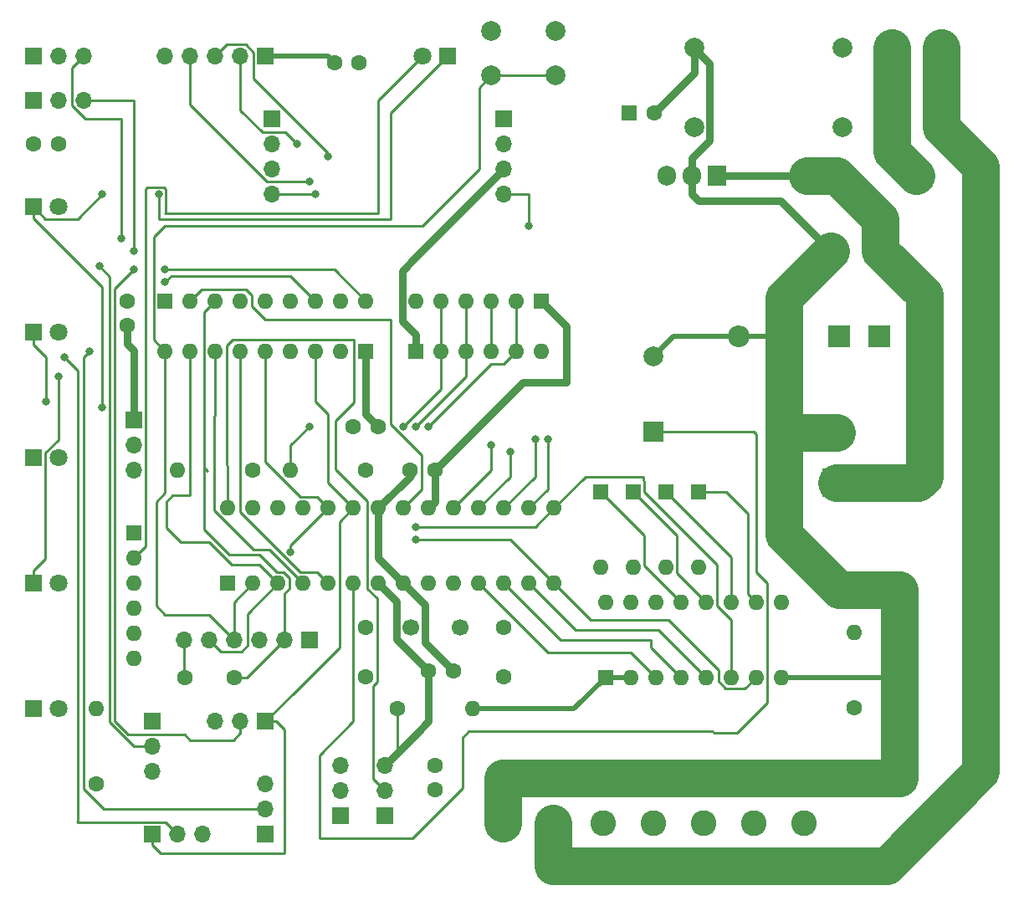
<source format=gbr>
G04 #@! TF.GenerationSoftware,KiCad,Pcbnew,(5.1.9)-1*
G04 #@! TF.CreationDate,2023-11-08T13:31:57-08:00*
G04 #@! TF.ProjectId,DSAMKVIE,4453414d-4b56-4494-952e-6b696361645f,rev?*
G04 #@! TF.SameCoordinates,Original*
G04 #@! TF.FileFunction,Copper,L2,Bot*
G04 #@! TF.FilePolarity,Positive*
%FSLAX46Y46*%
G04 Gerber Fmt 4.6, Leading zero omitted, Abs format (unit mm)*
G04 Created by KiCad (PCBNEW (5.1.9)-1) date 2023-11-08 13:31:57*
%MOMM*%
%LPD*%
G01*
G04 APERTURE LIST*
G04 #@! TA.AperFunction,ComponentPad*
%ADD10C,2.600000*%
G04 #@! TD*
G04 #@! TA.AperFunction,ComponentPad*
%ADD11R,2.600000X2.600000*%
G04 #@! TD*
G04 #@! TA.AperFunction,ComponentPad*
%ADD12R,1.600000X1.600000*%
G04 #@! TD*
G04 #@! TA.AperFunction,ComponentPad*
%ADD13O,1.600000X1.600000*%
G04 #@! TD*
G04 #@! TA.AperFunction,ComponentPad*
%ADD14C,1.600000*%
G04 #@! TD*
G04 #@! TA.AperFunction,ComponentPad*
%ADD15C,3.000000*%
G04 #@! TD*
G04 #@! TA.AperFunction,ComponentPad*
%ADD16R,3.000000X3.000000*%
G04 #@! TD*
G04 #@! TA.AperFunction,ComponentPad*
%ADD17C,1.800000*%
G04 #@! TD*
G04 #@! TA.AperFunction,ComponentPad*
%ADD18R,1.800000X1.800000*%
G04 #@! TD*
G04 #@! TA.AperFunction,ComponentPad*
%ADD19R,1.700000X1.700000*%
G04 #@! TD*
G04 #@! TA.AperFunction,ComponentPad*
%ADD20O,1.700000X1.700000*%
G04 #@! TD*
G04 #@! TA.AperFunction,ComponentPad*
%ADD21C,2.000000*%
G04 #@! TD*
G04 #@! TA.AperFunction,ComponentPad*
%ADD22R,2.000000X2.000000*%
G04 #@! TD*
G04 #@! TA.AperFunction,ComponentPad*
%ADD23C,1.700000*%
G04 #@! TD*
G04 #@! TA.AperFunction,ComponentPad*
%ADD24R,2.200000X2.200000*%
G04 #@! TD*
G04 #@! TA.AperFunction,ComponentPad*
%ADD25O,2.200000X2.200000*%
G04 #@! TD*
G04 #@! TA.AperFunction,ComponentPad*
%ADD26R,1.905000X2.000000*%
G04 #@! TD*
G04 #@! TA.AperFunction,ComponentPad*
%ADD27O,1.905000X2.000000*%
G04 #@! TD*
G04 #@! TA.AperFunction,ViaPad*
%ADD28C,0.800000*%
G04 #@! TD*
G04 #@! TA.AperFunction,Conductor*
%ADD29C,0.762000*%
G04 #@! TD*
G04 #@! TA.AperFunction,Conductor*
%ADD30C,3.810000*%
G04 #@! TD*
G04 #@! TA.AperFunction,Conductor*
%ADD31C,0.508000*%
G04 #@! TD*
G04 #@! TA.AperFunction,Conductor*
%ADD32C,0.254000*%
G04 #@! TD*
G04 #@! TA.AperFunction,Conductor*
%ADD33C,0.250000*%
G04 #@! TD*
G04 APERTURE END LIST*
D10*
X178308000Y-134112000D03*
X173228000Y-134112000D03*
X168148000Y-134112000D03*
X163068000Y-134112000D03*
X157988000Y-134112000D03*
X152908000Y-134112000D03*
D11*
X147828000Y-134112000D03*
D12*
X120015000Y-109855000D03*
D13*
X153035000Y-102235000D03*
X122555000Y-109855000D03*
X150495000Y-102235000D03*
X125095000Y-109855000D03*
X147955000Y-102235000D03*
X127635000Y-109855000D03*
X145415000Y-102235000D03*
X130175000Y-109855000D03*
X142875000Y-102235000D03*
X132715000Y-109855000D03*
X140335000Y-102235000D03*
X135255000Y-109855000D03*
X137795000Y-102235000D03*
X137795000Y-109855000D03*
X135255000Y-102235000D03*
X140335000Y-109855000D03*
X132715000Y-102235000D03*
X142875000Y-109855000D03*
X130175000Y-102235000D03*
X145415000Y-109855000D03*
X127635000Y-102235000D03*
X147955000Y-109855000D03*
X125095000Y-102235000D03*
X150495000Y-109855000D03*
X122555000Y-102235000D03*
X153035000Y-109855000D03*
X120015000Y-102235000D03*
X139065000Y-81280000D03*
X141605000Y-81280000D03*
X144145000Y-81280000D03*
X146685000Y-81280000D03*
X149225000Y-81280000D03*
D12*
X151765000Y-81280000D03*
D13*
X151765000Y-86360000D03*
X149225000Y-86360000D03*
X146685000Y-86360000D03*
X144145000Y-86360000D03*
X141605000Y-86360000D03*
D12*
X139065000Y-86360000D03*
D14*
X115650000Y-119380000D03*
X120650000Y-119380000D03*
X109855000Y-83780000D03*
X109855000Y-81280000D03*
X135215000Y-93980000D03*
X132715000Y-93980000D03*
X100370000Y-65405000D03*
X102870000Y-65405000D03*
X133310000Y-57150000D03*
X130810000Y-57150000D03*
X142835000Y-118745000D03*
X140335000Y-118745000D03*
X140970000Y-130770000D03*
X140970000Y-128270000D03*
X138470000Y-98425000D03*
X140970000Y-98425000D03*
D15*
X181610000Y-94615000D03*
D16*
X181610000Y-99695000D03*
D17*
X102870000Y-84455000D03*
D18*
X100330000Y-84455000D03*
D19*
X110490000Y-93345000D03*
D20*
X110490000Y-95885000D03*
X110490000Y-98425000D03*
D13*
X144780000Y-122555000D03*
D14*
X137160000Y-122555000D03*
D20*
X147955000Y-70485000D03*
X147955000Y-67945000D03*
X147955000Y-65405000D03*
D19*
X147955000Y-62865000D03*
D20*
X124460000Y-70485000D03*
X124460000Y-67945000D03*
X124460000Y-65405000D03*
D19*
X124460000Y-62865000D03*
D12*
X110490000Y-104775000D03*
D13*
X110490000Y-107315000D03*
X110490000Y-109855000D03*
X110490000Y-112395000D03*
X110490000Y-114935000D03*
X110490000Y-117475000D03*
X183388000Y-114808000D03*
D14*
X183388000Y-122428000D03*
D13*
X113665000Y-86360000D03*
X116205000Y-86360000D03*
X118745000Y-86360000D03*
X121285000Y-86360000D03*
X123825000Y-86360000D03*
X126365000Y-86360000D03*
X128905000Y-86360000D03*
X131445000Y-86360000D03*
D12*
X133985000Y-86360000D03*
D21*
X163068000Y-86888000D03*
D22*
X163068000Y-94488000D03*
D13*
X126365000Y-98425000D03*
D14*
X133985000Y-98425000D03*
D13*
X133985000Y-81280000D03*
X131445000Y-81280000D03*
X128905000Y-81280000D03*
X126365000Y-81280000D03*
X123825000Y-81280000D03*
X121285000Y-81280000D03*
X118745000Y-81280000D03*
X116205000Y-81280000D03*
D12*
X113665000Y-81280000D03*
D13*
X161036000Y-108204000D03*
D12*
X161036000Y-100584000D03*
D13*
X157734000Y-108204000D03*
D12*
X157734000Y-100584000D03*
D20*
X123825000Y-130175000D03*
X123825000Y-132715000D03*
D19*
X123825000Y-135255000D03*
D20*
X117475000Y-135255000D03*
X114935000Y-135255000D03*
D19*
X112395000Y-135255000D03*
D20*
X112395000Y-128905000D03*
X112395000Y-126365000D03*
D19*
X112395000Y-123825000D03*
D20*
X118745000Y-123825000D03*
X121285000Y-123825000D03*
D19*
X123825000Y-123825000D03*
D20*
X135890000Y-128270000D03*
X135890000Y-130810000D03*
D19*
X135890000Y-133350000D03*
D20*
X131445000Y-128270000D03*
X131445000Y-130810000D03*
D19*
X131445000Y-133350000D03*
D20*
X105410000Y-60960000D03*
X102870000Y-60960000D03*
D19*
X100330000Y-60960000D03*
D20*
X105410000Y-56515000D03*
X102870000Y-56515000D03*
D19*
X100330000Y-56515000D03*
D23*
X143510000Y-114300000D03*
X138510000Y-114300000D03*
D12*
X158242000Y-119380000D03*
D13*
X176022000Y-111760000D03*
X160782000Y-119380000D03*
X173482000Y-111760000D03*
X163322000Y-119380000D03*
X170942000Y-111760000D03*
X165862000Y-119380000D03*
X168402000Y-111760000D03*
X168402000Y-119380000D03*
X165862000Y-111760000D03*
X170942000Y-119380000D03*
X163322000Y-111760000D03*
X173482000Y-119380000D03*
X160782000Y-111760000D03*
X176022000Y-119380000D03*
X158242000Y-111760000D03*
D21*
X153185000Y-53975000D03*
X153185000Y-58475000D03*
X146685000Y-53975000D03*
X146685000Y-58475000D03*
D14*
X147955000Y-119300000D03*
X147955000Y-114300000D03*
X133985000Y-114300000D03*
X133985000Y-119300000D03*
D22*
X186055000Y-76200000D03*
D21*
X181055000Y-76200000D03*
D14*
X163155000Y-62230000D03*
D12*
X160655000Y-62230000D03*
D18*
X100330000Y-71755000D03*
D17*
X102870000Y-71755000D03*
X102870000Y-97155000D03*
D18*
X100330000Y-97155000D03*
X100330000Y-109855000D03*
D17*
X102870000Y-109855000D03*
D18*
X100330000Y-122555000D03*
D17*
X102870000Y-122555000D03*
D24*
X185928000Y-84836000D03*
D25*
X196088000Y-84836000D03*
X171704000Y-84836000D03*
D24*
X181864000Y-84836000D03*
D13*
X167640000Y-108204000D03*
D12*
X167640000Y-100584000D03*
X164338000Y-100584000D03*
D13*
X164338000Y-108204000D03*
D19*
X123825000Y-56515000D03*
D20*
X121285000Y-56515000D03*
X118745000Y-56515000D03*
X116205000Y-56515000D03*
X113665000Y-56515000D03*
D21*
X167205000Y-55690000D03*
X167205000Y-63690000D03*
X182205000Y-55690000D03*
X182205000Y-63690000D03*
X187205000Y-55690000D03*
X187205000Y-63690000D03*
X192205000Y-55690000D03*
X192205000Y-63690000D03*
D14*
X122555000Y-98425000D03*
D13*
X114935000Y-98425000D03*
X106680000Y-122555000D03*
D14*
X106680000Y-130175000D03*
D26*
X169545000Y-68580000D03*
D27*
X167005000Y-68580000D03*
X164465000Y-68580000D03*
D19*
X128270000Y-115570000D03*
D20*
X125730000Y-115570000D03*
X123190000Y-115570000D03*
X120650000Y-115570000D03*
X118110000Y-115570000D03*
X115570000Y-115570000D03*
D18*
X142240000Y-56515000D03*
D17*
X139700000Y-56515000D03*
D21*
X189650000Y-68580000D03*
X178650000Y-68580000D03*
D28*
X128270000Y-93980000D03*
X101600000Y-91440000D03*
X148590000Y-96520000D03*
X151130000Y-95250000D03*
X102870000Y-88900000D03*
X102870000Y-88900000D03*
X152400000Y-95250000D03*
X127000000Y-65405000D03*
X126365000Y-106680000D03*
X109220000Y-74930000D03*
X110490000Y-76200000D03*
X139065000Y-104140000D03*
X139065000Y-105410000D03*
X107315000Y-92075000D03*
X146685000Y-95885000D03*
X107315000Y-70485000D03*
X113030000Y-70485000D03*
X130175000Y-66675000D03*
X139065000Y-93980000D03*
X128905000Y-70485000D03*
X150495000Y-73660000D03*
X140335000Y-93980000D03*
X103505000Y-86995000D03*
X128270000Y-69215000D03*
X113665000Y-78105000D03*
X110490000Y-78105000D03*
X137795000Y-93980000D03*
X112395000Y-126365000D03*
X106997500Y-77787500D03*
X113665000Y-79375000D03*
X106045000Y-86360000D03*
D29*
X167005000Y-68121698D02*
X167005000Y-68580000D01*
X168204999Y-56689999D02*
X167205000Y-55690000D01*
X168786001Y-65036999D02*
X168786001Y-57271001D01*
X167005000Y-66818000D02*
X168786001Y-65036999D01*
X168786001Y-57271001D02*
X168204999Y-56689999D01*
X167005000Y-68580000D02*
X167005000Y-66818000D01*
X167205000Y-58180000D02*
X163155000Y-62230000D01*
X167205000Y-55690000D02*
X167205000Y-58180000D01*
X135255000Y-107315000D02*
X137795000Y-109855000D01*
X135255000Y-102235000D02*
X135255000Y-107315000D01*
X139941001Y-115811001D02*
X142875000Y-118745000D01*
X139941001Y-112001001D02*
X139941001Y-115811001D01*
X137795000Y-109855000D02*
X139941001Y-112001001D01*
X138510000Y-98980000D02*
X135255000Y-102235000D01*
X138510000Y-98425000D02*
X138510000Y-98980000D01*
X133985000Y-86360000D02*
X133985000Y-91995000D01*
X139065000Y-76835000D02*
X147955000Y-67945000D01*
X110490000Y-86280000D02*
X110490000Y-93345000D01*
X181055000Y-76200000D02*
X175975000Y-71120000D01*
X175975000Y-71120000D02*
X167640000Y-71120000D01*
X167640000Y-71120000D02*
X167005000Y-70485000D01*
X167005000Y-70485000D02*
X167005000Y-68580000D01*
X133985000Y-92750000D02*
X133985000Y-91995000D01*
X135215000Y-93980000D02*
X133985000Y-92750000D01*
X109855000Y-85645000D02*
X110490000Y-86280000D01*
X109855000Y-83780000D02*
X109855000Y-85645000D01*
X137683999Y-78216001D02*
X139065000Y-76835000D01*
X137683999Y-83342722D02*
X137683999Y-78216001D01*
X139065000Y-84723723D02*
X137683999Y-83342722D01*
X139065000Y-86360000D02*
X139065000Y-84723723D01*
D30*
X147828000Y-129540000D02*
X147828000Y-134112000D01*
X187960000Y-129540000D02*
X147828000Y-129540000D01*
X181864000Y-110490000D02*
X187960000Y-110490000D01*
X176276000Y-104902000D02*
X181864000Y-110490000D01*
X181055000Y-76200000D02*
X176276000Y-80979000D01*
X177165000Y-94615000D02*
X176276000Y-95504000D01*
X181610000Y-94615000D02*
X177165000Y-94615000D01*
X176276000Y-95504000D02*
X176276000Y-104902000D01*
D31*
X175768000Y-84836000D02*
X176276000Y-85344000D01*
X171704000Y-84836000D02*
X175768000Y-84836000D01*
D30*
X176276000Y-85344000D02*
X176276000Y-95504000D01*
X176276000Y-80979000D02*
X176276000Y-85344000D01*
D31*
X179578000Y-119380000D02*
X187960000Y-119380000D01*
D30*
X187960000Y-119380000D02*
X187960000Y-129540000D01*
X187960000Y-110490000D02*
X187960000Y-119380000D01*
D31*
X179578000Y-119380000D02*
X176022000Y-119380000D01*
X165120000Y-84836000D02*
X163068000Y-86888000D01*
X171704000Y-84836000D02*
X165120000Y-84836000D01*
D30*
X178650000Y-68580000D02*
X181610000Y-68580000D01*
X186055000Y-73025000D02*
X186055000Y-76200000D01*
X181610000Y-68580000D02*
X186055000Y-73025000D01*
D29*
X178650000Y-68580000D02*
X169545000Y-68580000D01*
D30*
X181610000Y-99695000D02*
X189865000Y-99695000D01*
X189865000Y-99695000D02*
X190500000Y-99060000D01*
X190500000Y-80645000D02*
X186055000Y-76200000D01*
X190500000Y-99060000D02*
X190500000Y-80645000D01*
D29*
X139096001Y-125063999D02*
X135890000Y-128270000D01*
D32*
X137160000Y-127000000D02*
X135890000Y-128270000D01*
X137160000Y-122555000D02*
X137160000Y-127000000D01*
D29*
X140970000Y-98425000D02*
X140970000Y-101600000D01*
X140970000Y-101600000D02*
X140335000Y-102235000D01*
X140335000Y-123825000D02*
X139096001Y-125063999D01*
X140335000Y-118745000D02*
X140335000Y-123825000D01*
D31*
X130175000Y-56515000D02*
X130810000Y-57150000D01*
X123825000Y-56515000D02*
X130175000Y-56515000D01*
D29*
X154305000Y-83820000D02*
X151765000Y-81280000D01*
X154305000Y-89535000D02*
X154305000Y-83820000D01*
X149860000Y-89535000D02*
X154305000Y-89535000D01*
X140970000Y-98425000D02*
X149860000Y-89535000D01*
X137078999Y-115488999D02*
X140335000Y-118745000D01*
X137078999Y-111678999D02*
X137078999Y-115488999D01*
X135255000Y-109855000D02*
X137078999Y-111678999D01*
D32*
X126365000Y-98425000D02*
X126365000Y-95885000D01*
X126365000Y-95885000D02*
X128270000Y-93980000D01*
X128270000Y-93980000D02*
X128270000Y-93980000D01*
D33*
X101600000Y-91440000D02*
X101600000Y-86995000D01*
X101600000Y-86995000D02*
X100330000Y-85725000D01*
X100330000Y-85725000D02*
X100330000Y-84455000D01*
D32*
X148590000Y-99060000D02*
X145415000Y-102235000D01*
X148590000Y-96520000D02*
X148590000Y-99060000D01*
X151130000Y-99060000D02*
X147955000Y-102235000D01*
X151130000Y-95250000D02*
X151130000Y-99060000D01*
X101557001Y-96652037D02*
X101557001Y-107357999D01*
X102870000Y-95339038D02*
X101557001Y-96652037D01*
X101557001Y-107357999D02*
X100330000Y-108585000D01*
X100330000Y-108585000D02*
X100330000Y-109855000D01*
X102870000Y-95339038D02*
X102870000Y-92075000D01*
X102870000Y-92075000D02*
X102870000Y-88900000D01*
X102870000Y-88900000D02*
X102870000Y-88900000D01*
X102870000Y-88900000D02*
X102870000Y-88900000D01*
X150495000Y-102235000D02*
X152400000Y-100330000D01*
X152400000Y-100330000D02*
X152400000Y-95250000D01*
X152400000Y-95250000D02*
X152400000Y-95250000D01*
D30*
X192205000Y-55690000D02*
X192205000Y-63690000D01*
X152908000Y-138430000D02*
X152908000Y-134112000D01*
X186690000Y-138430000D02*
X152908000Y-138430000D01*
X196215000Y-128905000D02*
X186690000Y-138430000D01*
X196215000Y-67700000D02*
X196215000Y-128905000D01*
X192205000Y-63690000D02*
X196215000Y-67700000D01*
D32*
X172682001Y-110960001D02*
X173482000Y-111760000D01*
X170434000Y-100584000D02*
X172682001Y-102832001D01*
X172682001Y-102832001D02*
X172682001Y-110960001D01*
X167640000Y-100584000D02*
X170434000Y-100584000D01*
X170942000Y-107188000D02*
X170942000Y-111760000D01*
X164338000Y-100584000D02*
X170942000Y-107188000D01*
D30*
X187205000Y-55690000D02*
X187205000Y-63690000D01*
X187205000Y-66135000D02*
X189650000Y-68580000D01*
X187205000Y-63690000D02*
X187205000Y-66135000D01*
D32*
X123534397Y-64227999D02*
X125822999Y-64227999D01*
X121285000Y-61978602D02*
X123534397Y-64227999D01*
X121285000Y-56515000D02*
X121285000Y-61978602D01*
X125822999Y-64227999D02*
X127000000Y-65405000D01*
X127000000Y-65405000D02*
X127000000Y-65405000D01*
X129047999Y-101107999D02*
X130175000Y-102235000D01*
X127380037Y-101107999D02*
X129047999Y-101107999D01*
X123825000Y-97552962D02*
X127380037Y-101107999D01*
X123825000Y-86360000D02*
X123825000Y-97552962D01*
X130175000Y-102235000D02*
X126365000Y-106045000D01*
X126365000Y-106045000D02*
X126365000Y-106680000D01*
X126365000Y-106680000D02*
X126365000Y-106680000D01*
D33*
X153035000Y-58420000D02*
X146535000Y-58420000D01*
D32*
X146685000Y-58475000D02*
X146630000Y-58475000D01*
X145470000Y-59690000D02*
X146685000Y-58475000D01*
X139700000Y-73660000D02*
X145470000Y-67890000D01*
X145470000Y-67890000D02*
X145470000Y-59690000D01*
X113665000Y-73660000D02*
X139700000Y-73660000D01*
X112537999Y-74787001D02*
X113665000Y-73660000D01*
X112537999Y-85232999D02*
X112537999Y-74787001D01*
X113665000Y-86360000D02*
X112537999Y-85232999D01*
X118110000Y-113030000D02*
X120650000Y-115570000D01*
X113665000Y-113030000D02*
X118110000Y-113030000D01*
X112776000Y-112141000D02*
X113665000Y-113030000D01*
X112776000Y-101600000D02*
X112776000Y-112141000D01*
X113665000Y-100711000D02*
X112776000Y-101600000D01*
X113665000Y-86360000D02*
X113665000Y-100711000D01*
X120650000Y-111760000D02*
X120650000Y-115570000D01*
X122555000Y-109855000D02*
X120650000Y-111760000D01*
X150495000Y-109855000D02*
X155194000Y-114554000D01*
X163576000Y-114554000D02*
X168402000Y-119380000D01*
X155194000Y-114554000D02*
X163576000Y-114554000D01*
X147955000Y-109855000D02*
X153670000Y-115570000D01*
X153670000Y-115570000D02*
X162814000Y-115570000D01*
X162814000Y-116332000D02*
X165862000Y-119380000D01*
X162814000Y-115570000D02*
X162814000Y-116332000D01*
X145415000Y-109855000D02*
X152400000Y-116840000D01*
X160782000Y-116840000D02*
X163322000Y-119380000D01*
X152400000Y-116840000D02*
X160782000Y-116840000D01*
X116205000Y-100965000D02*
X116205000Y-86360000D01*
X123190000Y-107950000D02*
X120396000Y-107950000D01*
X125095000Y-109855000D02*
X123190000Y-107950000D01*
X115218650Y-105664000D02*
X118110000Y-105664000D01*
X113793158Y-104238508D02*
X115218650Y-105664000D01*
X116205000Y-100965000D02*
X114427000Y-100965000D01*
X113793158Y-101598842D02*
X113793158Y-104238508D01*
X114427000Y-100965000D02*
X113793158Y-101598842D01*
X120396000Y-107950000D02*
X118110000Y-105664000D01*
X122012999Y-116134961D02*
X122012999Y-112937001D01*
X121400959Y-116747001D02*
X122012999Y-116134961D01*
X119287001Y-116747001D02*
X121400959Y-116747001D01*
X122012999Y-112937001D02*
X125095000Y-109855000D01*
X118110000Y-115570000D02*
X119287001Y-116747001D01*
X104232999Y-61524961D02*
X105573038Y-62865000D01*
X105573038Y-62865000D02*
X109220000Y-62865000D01*
X109220000Y-62865000D02*
X109220000Y-74930000D01*
X109220000Y-74930000D02*
X109220000Y-74930000D01*
X122592028Y-106479990D02*
X118618000Y-102505962D01*
X124259990Y-106479990D02*
X122592028Y-106479990D01*
X127635000Y-109855000D02*
X124259990Y-106479990D01*
X118745000Y-92837000D02*
X118745000Y-86360000D01*
X118618000Y-92964000D02*
X118745000Y-92837000D01*
X118618000Y-102505962D02*
X118618000Y-92964000D01*
X104232999Y-57692001D02*
X105410000Y-56515000D01*
X104232999Y-61524961D02*
X104232999Y-57692001D01*
X105410000Y-60960000D02*
X110490000Y-60960000D01*
X110490000Y-60960000D02*
X110490000Y-76200000D01*
X110490000Y-76200000D02*
X110490000Y-76200000D01*
X129047999Y-108727999D02*
X130175000Y-109855000D01*
X127380037Y-108727999D02*
X129047999Y-108727999D01*
X121285000Y-102632962D02*
X127380037Y-108727999D01*
X121285000Y-86360000D02*
X121285000Y-102632962D01*
X153053007Y-102253007D02*
X153035000Y-102235000D01*
X151130000Y-104140000D02*
X153035000Y-102235000D01*
X139065000Y-104140000D02*
X151130000Y-104140000D01*
X162163001Y-100597603D02*
X162163001Y-99522399D01*
X169529001Y-112125001D02*
X169529001Y-107963603D01*
X169529001Y-107963603D02*
X162163001Y-100597603D01*
X170942000Y-113538000D02*
X169529001Y-112125001D01*
X170942000Y-119380000D02*
X170942000Y-113538000D01*
X162052000Y-99411398D02*
X162163001Y-99522399D01*
X162052000Y-99060000D02*
X162052000Y-99411398D01*
X156210000Y-99060000D02*
X162052000Y-99060000D01*
X153035000Y-102235000D02*
X156210000Y-99060000D01*
X148590000Y-105410000D02*
X153035000Y-109855000D01*
X139065000Y-105410000D02*
X148590000Y-105410000D01*
X153035000Y-109855000D02*
X156718000Y-113538000D01*
X156718000Y-113538000D02*
X164592000Y-113538000D01*
X164592000Y-113538000D02*
X169672000Y-118618000D01*
X172354999Y-120507001D02*
X173482000Y-119380000D01*
X170401039Y-120507001D02*
X172354999Y-120507001D01*
X169672000Y-119777962D02*
X170401039Y-120507001D01*
X169672000Y-118618000D02*
X169672000Y-119777962D01*
X135255000Y-60960000D02*
X139700000Y-56515000D01*
X113665000Y-72390000D02*
X135255000Y-72390000D01*
X111852001Y-69757999D02*
X113572999Y-69757999D01*
X111667001Y-69942999D02*
X111852001Y-69757999D01*
X113572999Y-69757999D02*
X113757001Y-69942001D01*
X111667001Y-106137999D02*
X111667001Y-69942999D01*
X135255000Y-72390000D02*
X135255000Y-60960000D01*
X110490000Y-107315000D02*
X111667001Y-106137999D01*
X113757001Y-72297999D02*
X113665000Y-72390000D01*
X113757001Y-69942001D02*
X113757001Y-72297999D01*
D33*
X100330000Y-72905000D02*
X107315000Y-79890000D01*
X100330000Y-71755000D02*
X100330000Y-72905000D01*
X107315000Y-79890000D02*
X107315000Y-91984999D01*
D32*
X101557001Y-72982001D02*
X104817999Y-72982001D01*
X100330000Y-71755000D02*
X101557001Y-72982001D01*
X104817999Y-72982001D02*
X107315000Y-70485000D01*
X107315000Y-70485000D02*
X107315000Y-70485000D01*
X113030000Y-70485000D02*
X113030000Y-70485000D01*
X142240000Y-56515000D02*
X136525000Y-62230000D01*
X136525000Y-62230000D02*
X136525000Y-73025000D01*
X136525000Y-73025000D02*
X113030000Y-73025000D01*
X113030000Y-73025000D02*
X113030000Y-70485000D01*
X146685000Y-98425000D02*
X142875000Y-102235000D01*
X146685000Y-95885000D02*
X146685000Y-98425000D01*
X115570000Y-119300000D02*
X115650000Y-119380000D01*
X115570000Y-115570000D02*
X115570000Y-119300000D01*
X121920000Y-119380000D02*
X120650000Y-119380000D01*
X125730000Y-115570000D02*
X121920000Y-119380000D01*
X126222001Y-109314039D02*
X126222001Y-110395961D01*
X117617999Y-82407001D02*
X117617999Y-98170037D01*
X118745000Y-81280000D02*
X117617999Y-82407001D01*
X117617999Y-98170037D02*
X117929009Y-98481047D01*
X125730000Y-110887962D02*
X126222001Y-110395961D01*
X125730000Y-115570000D02*
X125730000Y-110887962D01*
X117617999Y-98170037D02*
X117617999Y-101584001D01*
X125635961Y-108727999D02*
X124983999Y-108727999D01*
X126222001Y-109314039D02*
X125635961Y-108727999D01*
X124983999Y-108727999D02*
X123190000Y-106934000D01*
X123190000Y-106934000D02*
X120142000Y-106934000D01*
X117617999Y-104409999D02*
X117617999Y-101584001D01*
X120142000Y-106934000D02*
X117617999Y-104409999D01*
X162163001Y-108061001D02*
X165862000Y-111760000D01*
X162163001Y-105013001D02*
X162163001Y-108061001D01*
X157734000Y-100584000D02*
X162163001Y-105013001D01*
X165465001Y-108823001D02*
X168402000Y-111760000D01*
X165465001Y-105013001D02*
X165465001Y-108823001D01*
X161036000Y-100584000D02*
X165465001Y-105013001D01*
X122647999Y-56136037D02*
X122647999Y-58764397D01*
X121849961Y-55337999D02*
X122647999Y-56136037D01*
X119922001Y-55337999D02*
X121849961Y-55337999D01*
X122647999Y-58764397D02*
X130175000Y-66291398D01*
X118745000Y-56515000D02*
X119922001Y-55337999D01*
X130175000Y-66291398D02*
X130175000Y-66675000D01*
X130175000Y-66675000D02*
X130175000Y-66675000D01*
X146685000Y-81280000D02*
X146685000Y-86360000D01*
X136525000Y-88265000D02*
X136525000Y-88265000D01*
X121825961Y-80152999D02*
X117332001Y-80152999D01*
X122412001Y-80739039D02*
X121825961Y-80152999D01*
X123825000Y-83185000D02*
X122412001Y-81772001D01*
X136525000Y-83185000D02*
X123825000Y-83185000D01*
X136525000Y-93785962D02*
X136525000Y-83185000D01*
X122412001Y-81772001D02*
X122412001Y-80739039D01*
X139637001Y-96897963D02*
X136525000Y-93785962D01*
X139637001Y-100392999D02*
X139637001Y-96897963D01*
X117332001Y-80152999D02*
X116205000Y-81280000D01*
X137795000Y-102235000D02*
X139637001Y-100392999D01*
X139065000Y-93980000D02*
X144145000Y-88900000D01*
X144145000Y-88900000D02*
X144145000Y-86360000D01*
X124460000Y-70485000D02*
X128905000Y-70485000D01*
X144145000Y-81280000D02*
X144145000Y-86360000D01*
X140335000Y-93980000D02*
X146685000Y-87630000D01*
X147955000Y-87630000D02*
X146685000Y-87630000D01*
X149225000Y-86360000D02*
X147955000Y-87630000D01*
D33*
X147955000Y-70485000D02*
X150495000Y-70485000D01*
X150495000Y-70485000D02*
X150495000Y-72934999D01*
X150495000Y-72934999D02*
X150495000Y-73660000D01*
D32*
X149225000Y-81280000D02*
X149225000Y-86360000D01*
D31*
X144780000Y-122555000D02*
X144780000Y-122174000D01*
X160782000Y-119380000D02*
X158242000Y-119380000D01*
X155067000Y-122555000D02*
X144780000Y-122555000D01*
X158242000Y-119380000D02*
X155067000Y-122555000D01*
D32*
X171556858Y-124963015D02*
X174609001Y-121910872D01*
X169173171Y-124963015D02*
X171556858Y-124963015D01*
X169067155Y-124856999D02*
X169173171Y-124963015D01*
X143764000Y-125476000D02*
X144383001Y-124856999D01*
X174609001Y-121910872D02*
X174609001Y-109839001D01*
X144383001Y-124856999D02*
X169067155Y-124856999D01*
X143764000Y-130556000D02*
X143764000Y-125476000D01*
X138684000Y-135636000D02*
X143764000Y-130556000D01*
X129286000Y-135636000D02*
X138684000Y-135636000D01*
X129286000Y-127254000D02*
X129286000Y-135636000D01*
X132715000Y-123825000D02*
X129286000Y-127254000D01*
X132715000Y-109855000D02*
X132715000Y-123825000D01*
X174609001Y-109839001D02*
X173482000Y-108712000D01*
X173482000Y-108712000D02*
X173482000Y-94742000D01*
X173228000Y-94488000D02*
X163068000Y-94488000D01*
X173482000Y-94742000D02*
X173228000Y-94488000D01*
X113757999Y-134077999D02*
X114935000Y-135255000D01*
X104867999Y-134077999D02*
X113757999Y-134077999D01*
X104775000Y-133985000D02*
X104867999Y-134077999D01*
X104867999Y-88357999D02*
X103505000Y-86995000D01*
X104867999Y-134077999D02*
X104867999Y-88357999D01*
X124929000Y-123825000D02*
X123825000Y-123825000D01*
X112395000Y-135255000D02*
X112395000Y-136359000D01*
X125730000Y-124626000D02*
X124929000Y-123825000D01*
X112395000Y-136359000D02*
X113196000Y-137160000D01*
X113196000Y-137160000D02*
X125730000Y-137160000D01*
X125730000Y-137160000D02*
X125730000Y-124626000D01*
X116205000Y-61431962D02*
X123988038Y-69215000D01*
X116205000Y-56515000D02*
X116205000Y-61431962D01*
X123988038Y-69215000D02*
X128270000Y-69215000D01*
X128270000Y-69215000D02*
X128270000Y-69215000D01*
X128905000Y-86360000D02*
X128905000Y-91440000D01*
X128905000Y-91440000D02*
X130175000Y-92710000D01*
X130175000Y-99695000D02*
X132715000Y-102235000D01*
X130175000Y-92710000D02*
X130175000Y-99695000D01*
X126907001Y-120742999D02*
X123825000Y-123825000D01*
X131318000Y-116332000D02*
X126907001Y-120742999D01*
X131318000Y-103632000D02*
X131318000Y-116332000D01*
X132715000Y-102235000D02*
X131318000Y-103632000D01*
X121285000Y-125027081D02*
X120582081Y-125730000D01*
X121285000Y-123825000D02*
X121285000Y-125027081D01*
X120582081Y-125730000D02*
X116205000Y-125730000D01*
X115662999Y-125187999D02*
X109947999Y-125187999D01*
X116205000Y-125730000D02*
X115662999Y-125187999D01*
X109947999Y-125187999D02*
X108585000Y-123825000D01*
X133985000Y-81280000D02*
X130810000Y-78105000D01*
X130810000Y-78105000D02*
X113665000Y-78105000D01*
X113665000Y-78105000D02*
X113665000Y-78105000D01*
X108585000Y-123825000D02*
X108585000Y-80010000D01*
X108585000Y-80010000D02*
X110490000Y-78105000D01*
X110490000Y-78105000D02*
X110490000Y-78105000D01*
X137795000Y-93980000D02*
X141605000Y-90170000D01*
X141605000Y-90170000D02*
X141605000Y-86360000D01*
X132792599Y-85232999D02*
X120458041Y-85232999D01*
X134127999Y-110395961D02*
X134127999Y-101554275D01*
X134127999Y-101554275D02*
X130872999Y-98299275D01*
X130872999Y-98299275D02*
X130872999Y-93439039D01*
X132792599Y-91519439D02*
X132792599Y-85232999D01*
X130872999Y-93439039D02*
X132792599Y-91519439D01*
X120458041Y-85232999D02*
X119872001Y-85819039D01*
X119872001Y-85819039D02*
X119872001Y-97884039D01*
X120015000Y-98027038D02*
X119872001Y-97884039D01*
X120015000Y-102235000D02*
X120015000Y-98027038D01*
X141605000Y-81280000D02*
X141605000Y-86360000D01*
X134712999Y-129632999D02*
X135890000Y-130810000D01*
X134712999Y-120239963D02*
X134712999Y-129632999D01*
X135112001Y-119840961D02*
X134712999Y-120239963D01*
X135112001Y-111379963D02*
X135112001Y-119840961D01*
X134127999Y-110395961D02*
X135112001Y-111379963D01*
X111192919Y-126365000D02*
X112395000Y-126365000D01*
X110482933Y-126365000D02*
X111192919Y-126365000D01*
X108042001Y-123924068D02*
X110482933Y-126365000D01*
X128905000Y-81280000D02*
X126365000Y-78740000D01*
X108042001Y-123924068D02*
X108042001Y-78832001D01*
X108042001Y-78832001D02*
X106997500Y-77787500D01*
X114300000Y-78740000D02*
X113665000Y-79375000D01*
X126365000Y-78740000D02*
X114300000Y-78740000D01*
X123825000Y-132715000D02*
X107466398Y-132715000D01*
X107466398Y-132715000D02*
X105452999Y-130701601D01*
X105452999Y-130701601D02*
X105452999Y-86952001D01*
X105452999Y-86952001D02*
X106045000Y-86360000D01*
X106045000Y-86360000D02*
X106045000Y-86360000D01*
M02*

</source>
